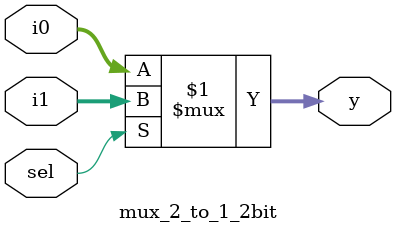
<source format=v>
module mux_2_to_1_2bit(i0, i1, sel, y);
	input [1:0] i0, i1;
	input sel;
	output [1:0] y;
	assign y = sel ? i1 : i0;
endmodule

</source>
